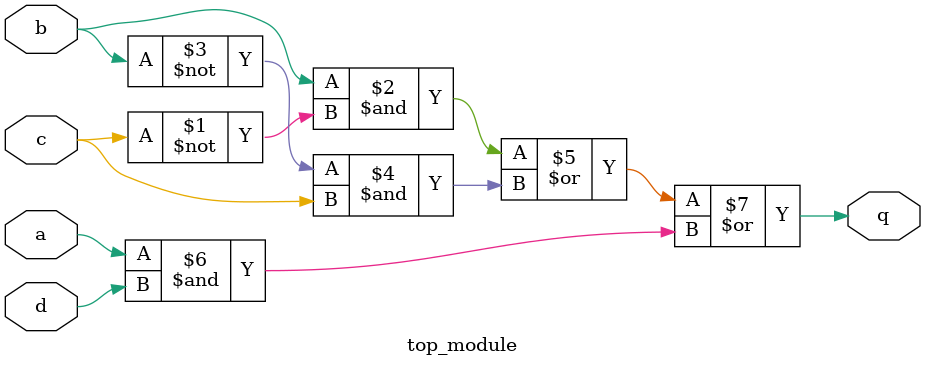
<source format=sv>
module top_module (
    input a,
    input b,
    input c,
    input d,
    output q
);

assign q = (b & ~c) | (~b & c) | (a & d);

endmodule

</source>
